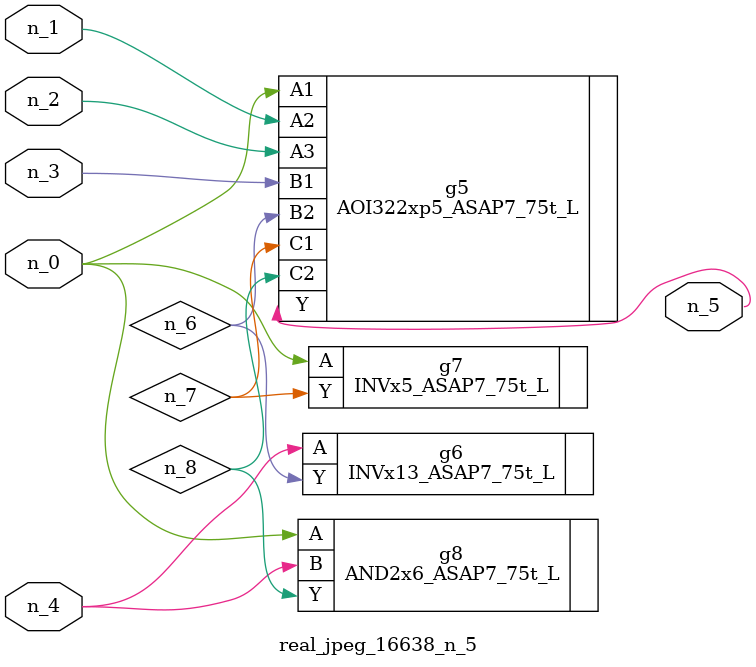
<source format=v>
module real_jpeg_16638_n_5 (n_4, n_0, n_1, n_2, n_3, n_5);

input n_4;
input n_0;
input n_1;
input n_2;
input n_3;

output n_5;

wire n_8;
wire n_6;
wire n_7;

AOI322xp5_ASAP7_75t_L g5 ( 
.A1(n_0),
.A2(n_1),
.A3(n_2),
.B1(n_3),
.B2(n_6),
.C1(n_7),
.C2(n_8),
.Y(n_5)
);

INVx5_ASAP7_75t_L g7 ( 
.A(n_0),
.Y(n_7)
);

AND2x6_ASAP7_75t_L g8 ( 
.A(n_0),
.B(n_4),
.Y(n_8)
);

INVx13_ASAP7_75t_L g6 ( 
.A(n_4),
.Y(n_6)
);


endmodule
</source>
